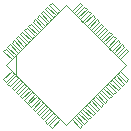
<source format=gbr>
G04 DipTrace 3.0.0.2*
G04 TopAssy.gbr*
%MOIN*%
G04 #@! TF.FileFunction,Drawing,Top*
G04 #@! TF.Part,Single*
%ADD27C,0.001*%
%FSLAX26Y26*%
G04*
G70*
G90*
G75*
G01*
G04 TopAssy*
%LPD*%
X2024099Y1092385D2*
D27*
X2031871Y1100158D1*
X2004274Y1127711D1*
X1996501Y1119938D1*
X2024099Y1092385D1*
X2010169Y1078455D2*
X2017942Y1086228D1*
X1990344Y1113782D1*
X1982572Y1106009D1*
X2010169Y1078455D1*
X1996239Y1064526D2*
X2004012Y1072298D1*
X1976415Y1099852D1*
X1968642Y1092079D1*
X1996239Y1064526D1*
X1982354Y1050596D2*
X1990126Y1058413D1*
X1962529Y1085966D1*
X1954756Y1078193D1*
X1982354Y1050596D1*
X1968424Y1036667D2*
X1976197Y1044483D1*
X1948643Y1072080D1*
X1940827Y1064264D1*
X1968424Y1036667D1*
X1954494Y1022781D2*
X1962267Y1030553D1*
X1934713Y1058151D1*
X1926897Y1050334D1*
X1954494Y1022781D1*
X1940565Y1008851D2*
X1948337Y1016624D1*
X1920784Y1044221D1*
X1912968Y1036405D1*
X1940565Y1008851D1*
X1926635Y994922D2*
X1934451Y1002694D1*
X1906854Y1030291D1*
X1899038Y1022475D1*
X1926635Y994922D1*
X1912706Y980992D2*
X1920522Y988765D1*
X1892925Y1016362D1*
X1885152Y1008589D1*
X1912706Y980992D1*
X1898820Y967106D2*
X1906592Y974879D1*
X1879039Y1002476D1*
X1871266Y994703D1*
X1898820Y967106D1*
X1884890Y953176D2*
X1892663Y960949D1*
X1865109Y988546D1*
X1857337Y980774D1*
X1884890Y953176D1*
X1870961Y939247D2*
X1878733Y947020D1*
X1851180Y974617D1*
X1843407Y966844D1*
X1870961Y939247D1*
X1878733Y891563D2*
X1870961Y899336D1*
X1843407Y871739D1*
X1851180Y863966D1*
X1878733Y891563D1*
X1892663Y877634D2*
X1884890Y885406D1*
X1857337Y857809D1*
X1865109Y850036D1*
X1892663Y877634D1*
X1906592Y863704D2*
X1898820Y871520D1*
X1871223Y843923D1*
X1878995Y836151D1*
X1906592Y863704D1*
X1920522Y849818D2*
X1912706Y857591D1*
X1885152Y829994D1*
X1892925Y822221D1*
X1920522Y849818D1*
X1934451Y835889D2*
X1926635Y843661D1*
X1899082Y816064D1*
X1906854Y808291D1*
X1934451Y835889D1*
X1948337Y821959D2*
X1940565Y829732D1*
X1913011Y802134D1*
X1920784Y794362D1*
X1948337Y821959D1*
X1962267Y808029D2*
X1954494Y815802D1*
X1926897Y788248D1*
X1934670Y780476D1*
X1962267Y808029D1*
X1976197Y794100D2*
X1968424Y801916D1*
X1940827Y774319D1*
X1948599Y766546D1*
X1976197Y794100D1*
X1990126Y780170D2*
X1982354Y787986D1*
X1954756Y760389D1*
X1962529Y752617D1*
X1990126Y780170D1*
X2004056Y766284D2*
X1996239Y774057D1*
X1968686Y746460D1*
X1976459Y738687D1*
X2004056Y766284D1*
X2017942Y752355D2*
X2010169Y760127D1*
X1982572Y732574D1*
X1990344Y724801D1*
X2017942Y752355D1*
X2031871Y738425D2*
X2024099Y746198D1*
X1996501Y718644D1*
X2004274Y710872D1*
X2031871Y738425D1*
X2079555Y746198D2*
X2071782Y738425D1*
X2099379Y710872D1*
X2107152Y718644D1*
X2079555Y746198D1*
X2093485Y760127D2*
X2085712Y752355D1*
X2113309Y724801D1*
X2121082Y732574D1*
X2093485Y760127D1*
X2107414Y774057D2*
X2099641Y766284D1*
X2127239Y738731D1*
X2135011Y746503D1*
X2107414Y774057D1*
X2121300Y787986D2*
X2113527Y780170D1*
X2141125Y752617D1*
X2148897Y760389D1*
X2121300Y787986D1*
X2135230Y801916D2*
X2127457Y794100D1*
X2155010Y766503D1*
X2162827Y774319D1*
X2135230Y801916D1*
X2149159Y815802D2*
X2141387Y808029D1*
X2168940Y780432D1*
X2176756Y788248D1*
X2149159Y815802D1*
X2163089Y829732D2*
X2155316Y821959D1*
X2182870Y794362D1*
X2190686Y802178D1*
X2163089Y829732D1*
X2177018Y843661D2*
X2169202Y835889D1*
X2196799Y808291D1*
X2204616Y816108D1*
X2177018Y843661D1*
X2190948Y857591D2*
X2183132Y849818D1*
X2210729Y822221D1*
X2218501Y829994D1*
X2190948Y857591D1*
X2204834Y871477D2*
X2197061Y863704D1*
X2224615Y836107D1*
X2232387Y843879D1*
X2204834Y871477D1*
X2218763Y885406D2*
X2210991Y877634D1*
X2238544Y850036D1*
X2246317Y857809D1*
X2218763Y885406D1*
X2232693Y899336D2*
X2224920Y891563D1*
X2252474Y863966D1*
X2260247Y871739D1*
X2232693Y899336D1*
X2224920Y947020D2*
X2232693Y939247D1*
X2260247Y966844D1*
X2252474Y974617D1*
X2224920Y947020D1*
X2210991Y960949D2*
X2218763Y953176D1*
X2246317Y980774D1*
X2238544Y988546D1*
X2210991Y960949D1*
X2197061Y974879D2*
X2204834Y967062D1*
X2232431Y994660D1*
X2224658Y1002432D1*
X2197061Y974879D1*
X2183132Y988765D2*
X2190948Y980992D1*
X2218501Y1008589D1*
X2210729Y1016362D1*
X2183132Y988765D1*
X2169202Y1002694D2*
X2177018Y994922D1*
X2204572Y1022519D1*
X2196799Y1030291D1*
X2169202Y1002694D1*
X2155316Y1016624D2*
X2163089Y1008851D1*
X2190642Y1036448D1*
X2182870Y1044221D1*
X2155316Y1016624D1*
X2141387Y1030553D2*
X2149159Y1022781D1*
X2176756Y1050334D1*
X2168984Y1058107D1*
X2141387Y1030553D1*
X2127457Y1044483D2*
X2135230Y1036667D1*
X2162827Y1064264D1*
X2155054Y1072036D1*
X2127457Y1044483D1*
X2113527Y1058413D2*
X2121300Y1050596D1*
X2148897Y1078193D1*
X2141125Y1085966D1*
X2113527Y1058413D1*
X2099598Y1072298D2*
X2107414Y1064526D1*
X2134968Y1092123D1*
X2127195Y1099896D1*
X2099598Y1072298D1*
X2085712Y1086228D2*
X2093485Y1078455D1*
X2121082Y1106009D1*
X2113309Y1113782D1*
X2085712Y1086228D1*
X2071782Y1100158D2*
X2079555Y1092385D1*
X2107152Y1119938D1*
X2099379Y1127711D1*
X2071782Y1100158D1*
X1886375Y883922D2*
Y954661D1*
X2051827Y718470D2*
X2252649Y919291D1*
X2051827Y1120113D1*
X1851005Y919291D1*
X2051827Y718470D1*
M02*

</source>
